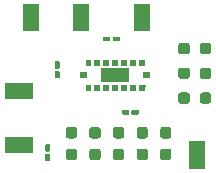
<source format=gbr>
%TF.GenerationSoftware,KiCad,Pcbnew,8.0.8-8.0.8-0~ubuntu24.04.1*%
%TF.CreationDate,2025-02-14T12:49:09-06:00*%
%TF.ProjectId,tof_module,746f665f-6d6f-4647-956c-652e6b696361,rev?*%
%TF.SameCoordinates,Original*%
%TF.FileFunction,Soldermask,Top*%
%TF.FilePolarity,Negative*%
%FSLAX46Y46*%
G04 Gerber Fmt 4.6, Leading zero omitted, Abs format (unit mm)*
G04 Created by KiCad (PCBNEW 8.0.8-8.0.8-0~ubuntu24.04.1) date 2025-02-14 12:49:09*
%MOMM*%
%LPD*%
G01*
G04 APERTURE LIST*
G04 APERTURE END LIST*
G36*
X124296679Y-88036874D02*
G01*
X124298143Y-88040410D01*
X124298143Y-90390410D01*
X124296679Y-90393946D01*
X124293143Y-90395410D01*
X124283039Y-90395410D01*
X122953247Y-90395410D01*
X122943143Y-90395410D01*
X122939607Y-90393946D01*
X122938143Y-90390410D01*
X122938143Y-88040410D01*
X122939607Y-88036874D01*
X122943143Y-88035410D01*
X124293143Y-88035410D01*
X124296679Y-88036874D01*
G37*
G36*
X111138268Y-89117612D02*
G01*
X111170711Y-89139289D01*
X111192388Y-89171732D01*
X111200000Y-89210000D01*
X111200000Y-89645000D01*
X111192388Y-89683268D01*
X111170711Y-89715711D01*
X111138268Y-89737388D01*
X111100000Y-89745000D01*
X110900000Y-89745000D01*
X110861732Y-89737388D01*
X110829289Y-89715711D01*
X110807612Y-89683268D01*
X110800000Y-89645000D01*
X110800000Y-89210000D01*
X110807612Y-89171732D01*
X110829289Y-89139289D01*
X110861732Y-89117612D01*
X110900000Y-89110000D01*
X111100000Y-89110000D01*
X111138268Y-89117612D01*
G37*
G36*
X113241615Y-88675818D02*
G01*
X113290017Y-88681434D01*
X113306555Y-88688736D01*
X113328387Y-88693079D01*
X113351759Y-88708695D01*
X113371224Y-88717290D01*
X113384517Y-88730583D01*
X113405438Y-88744562D01*
X113419416Y-88765482D01*
X113432709Y-88778775D01*
X113441302Y-88798238D01*
X113456921Y-88821613D01*
X113461264Y-88843446D01*
X113468565Y-88859982D01*
X113474178Y-88908372D01*
X113475000Y-88912500D01*
X113475000Y-89412500D01*
X113474178Y-89416627D01*
X113468565Y-89465017D01*
X113461264Y-89481551D01*
X113456921Y-89503387D01*
X113441301Y-89526763D01*
X113432709Y-89546224D01*
X113419418Y-89559514D01*
X113405438Y-89580438D01*
X113384514Y-89594418D01*
X113371224Y-89607709D01*
X113351763Y-89616301D01*
X113328387Y-89631921D01*
X113306551Y-89636264D01*
X113290017Y-89643565D01*
X113241629Y-89649178D01*
X113237500Y-89650000D01*
X112762500Y-89650000D01*
X112758373Y-89649179D01*
X112709982Y-89643565D01*
X112693446Y-89636264D01*
X112671613Y-89631921D01*
X112648238Y-89616302D01*
X112628775Y-89607709D01*
X112615482Y-89594416D01*
X112594562Y-89580438D01*
X112580583Y-89559517D01*
X112567290Y-89546224D01*
X112558695Y-89526759D01*
X112543079Y-89503387D01*
X112538736Y-89481555D01*
X112531434Y-89465017D01*
X112525818Y-89416616D01*
X112525000Y-89412500D01*
X112525000Y-88912500D01*
X112525818Y-88908385D01*
X112531434Y-88859982D01*
X112538736Y-88843442D01*
X112543079Y-88821613D01*
X112558694Y-88798242D01*
X112567290Y-88778775D01*
X112580585Y-88765479D01*
X112594562Y-88744562D01*
X112615479Y-88730585D01*
X112628775Y-88717290D01*
X112648242Y-88708694D01*
X112671613Y-88693079D01*
X112693442Y-88688736D01*
X112709982Y-88681434D01*
X112758384Y-88675818D01*
X112762500Y-88675000D01*
X113237500Y-88675000D01*
X113241615Y-88675818D01*
G37*
G36*
X115241615Y-88675818D02*
G01*
X115290017Y-88681434D01*
X115306555Y-88688736D01*
X115328387Y-88693079D01*
X115351759Y-88708695D01*
X115371224Y-88717290D01*
X115384517Y-88730583D01*
X115405438Y-88744562D01*
X115419416Y-88765482D01*
X115432709Y-88778775D01*
X115441302Y-88798238D01*
X115456921Y-88821613D01*
X115461264Y-88843446D01*
X115468565Y-88859982D01*
X115474178Y-88908372D01*
X115475000Y-88912500D01*
X115475000Y-89412500D01*
X115474178Y-89416627D01*
X115468565Y-89465017D01*
X115461264Y-89481551D01*
X115456921Y-89503387D01*
X115441301Y-89526763D01*
X115432709Y-89546224D01*
X115419418Y-89559514D01*
X115405438Y-89580438D01*
X115384514Y-89594418D01*
X115371224Y-89607709D01*
X115351763Y-89616301D01*
X115328387Y-89631921D01*
X115306551Y-89636264D01*
X115290017Y-89643565D01*
X115241629Y-89649178D01*
X115237500Y-89650000D01*
X114762500Y-89650000D01*
X114758373Y-89649179D01*
X114709982Y-89643565D01*
X114693446Y-89636264D01*
X114671613Y-89631921D01*
X114648238Y-89616302D01*
X114628775Y-89607709D01*
X114615482Y-89594416D01*
X114594562Y-89580438D01*
X114580583Y-89559517D01*
X114567290Y-89546224D01*
X114558695Y-89526759D01*
X114543079Y-89503387D01*
X114538736Y-89481555D01*
X114531434Y-89465017D01*
X114525818Y-89416616D01*
X114525000Y-89412500D01*
X114525000Y-88912500D01*
X114525818Y-88908385D01*
X114531434Y-88859982D01*
X114538736Y-88843442D01*
X114543079Y-88821613D01*
X114558694Y-88798242D01*
X114567290Y-88778775D01*
X114580585Y-88765479D01*
X114594562Y-88744562D01*
X114615479Y-88730585D01*
X114628775Y-88717290D01*
X114648242Y-88708694D01*
X114671613Y-88693079D01*
X114693442Y-88688736D01*
X114709982Y-88681434D01*
X114758384Y-88675818D01*
X114762500Y-88675000D01*
X115237500Y-88675000D01*
X115241615Y-88675818D01*
G37*
G36*
X117241615Y-88675818D02*
G01*
X117290017Y-88681434D01*
X117306555Y-88688736D01*
X117328387Y-88693079D01*
X117351759Y-88708695D01*
X117371224Y-88717290D01*
X117384517Y-88730583D01*
X117405438Y-88744562D01*
X117419416Y-88765482D01*
X117432709Y-88778775D01*
X117441302Y-88798238D01*
X117456921Y-88821613D01*
X117461264Y-88843446D01*
X117468565Y-88859982D01*
X117474178Y-88908372D01*
X117475000Y-88912500D01*
X117475000Y-89412500D01*
X117474178Y-89416627D01*
X117468565Y-89465017D01*
X117461264Y-89481551D01*
X117456921Y-89503387D01*
X117441301Y-89526763D01*
X117432709Y-89546224D01*
X117419418Y-89559514D01*
X117405438Y-89580438D01*
X117384514Y-89594418D01*
X117371224Y-89607709D01*
X117351763Y-89616301D01*
X117328387Y-89631921D01*
X117306551Y-89636264D01*
X117290017Y-89643565D01*
X117241629Y-89649178D01*
X117237500Y-89650000D01*
X116762500Y-89650000D01*
X116758373Y-89649179D01*
X116709982Y-89643565D01*
X116693446Y-89636264D01*
X116671613Y-89631921D01*
X116648238Y-89616302D01*
X116628775Y-89607709D01*
X116615482Y-89594416D01*
X116594562Y-89580438D01*
X116580583Y-89559517D01*
X116567290Y-89546224D01*
X116558695Y-89526759D01*
X116543079Y-89503387D01*
X116538736Y-89481555D01*
X116531434Y-89465017D01*
X116525818Y-89416616D01*
X116525000Y-89412500D01*
X116525000Y-88912500D01*
X116525818Y-88908385D01*
X116531434Y-88859982D01*
X116538736Y-88843442D01*
X116543079Y-88821613D01*
X116558694Y-88798242D01*
X116567290Y-88778775D01*
X116580585Y-88765479D01*
X116594562Y-88744562D01*
X116615479Y-88730585D01*
X116628775Y-88717290D01*
X116648242Y-88708694D01*
X116671613Y-88693079D01*
X116693442Y-88688736D01*
X116709982Y-88681434D01*
X116758384Y-88675818D01*
X116762500Y-88675000D01*
X117237500Y-88675000D01*
X117241615Y-88675818D01*
G37*
G36*
X119241615Y-88675818D02*
G01*
X119290017Y-88681434D01*
X119306555Y-88688736D01*
X119328387Y-88693079D01*
X119351759Y-88708695D01*
X119371224Y-88717290D01*
X119384517Y-88730583D01*
X119405438Y-88744562D01*
X119419416Y-88765482D01*
X119432709Y-88778775D01*
X119441302Y-88798238D01*
X119456921Y-88821613D01*
X119461264Y-88843446D01*
X119468565Y-88859982D01*
X119474178Y-88908372D01*
X119475000Y-88912500D01*
X119475000Y-89412500D01*
X119474178Y-89416627D01*
X119468565Y-89465017D01*
X119461264Y-89481551D01*
X119456921Y-89503387D01*
X119441301Y-89526763D01*
X119432709Y-89546224D01*
X119419418Y-89559514D01*
X119405438Y-89580438D01*
X119384514Y-89594418D01*
X119371224Y-89607709D01*
X119351763Y-89616301D01*
X119328387Y-89631921D01*
X119306551Y-89636264D01*
X119290017Y-89643565D01*
X119241629Y-89649178D01*
X119237500Y-89650000D01*
X118762500Y-89650000D01*
X118758373Y-89649179D01*
X118709982Y-89643565D01*
X118693446Y-89636264D01*
X118671613Y-89631921D01*
X118648238Y-89616302D01*
X118628775Y-89607709D01*
X118615482Y-89594416D01*
X118594562Y-89580438D01*
X118580583Y-89559517D01*
X118567290Y-89546224D01*
X118558695Y-89526759D01*
X118543079Y-89503387D01*
X118538736Y-89481555D01*
X118531434Y-89465017D01*
X118525818Y-89416616D01*
X118525000Y-89412500D01*
X118525000Y-88912500D01*
X118525818Y-88908385D01*
X118531434Y-88859982D01*
X118538736Y-88843442D01*
X118543079Y-88821613D01*
X118558694Y-88798242D01*
X118567290Y-88778775D01*
X118580585Y-88765479D01*
X118594562Y-88744562D01*
X118615479Y-88730585D01*
X118628775Y-88717290D01*
X118648242Y-88708694D01*
X118671613Y-88693079D01*
X118693442Y-88688736D01*
X118709982Y-88681434D01*
X118758384Y-88675818D01*
X118762500Y-88675000D01*
X119237500Y-88675000D01*
X119241615Y-88675818D01*
G37*
G36*
X121241615Y-88675818D02*
G01*
X121290017Y-88681434D01*
X121306555Y-88688736D01*
X121328387Y-88693079D01*
X121351759Y-88708695D01*
X121371224Y-88717290D01*
X121384517Y-88730583D01*
X121405438Y-88744562D01*
X121419416Y-88765482D01*
X121432709Y-88778775D01*
X121441302Y-88798238D01*
X121456921Y-88821613D01*
X121461264Y-88843446D01*
X121468565Y-88859982D01*
X121474178Y-88908372D01*
X121475000Y-88912500D01*
X121475000Y-89412500D01*
X121474178Y-89416627D01*
X121468565Y-89465017D01*
X121461264Y-89481551D01*
X121456921Y-89503387D01*
X121441301Y-89526763D01*
X121432709Y-89546224D01*
X121419418Y-89559514D01*
X121405438Y-89580438D01*
X121384514Y-89594418D01*
X121371224Y-89607709D01*
X121351763Y-89616301D01*
X121328387Y-89631921D01*
X121306551Y-89636264D01*
X121290017Y-89643565D01*
X121241629Y-89649178D01*
X121237500Y-89650000D01*
X120762500Y-89650000D01*
X120758373Y-89649179D01*
X120709982Y-89643565D01*
X120693446Y-89636264D01*
X120671613Y-89631921D01*
X120648238Y-89616302D01*
X120628775Y-89607709D01*
X120615482Y-89594416D01*
X120594562Y-89580438D01*
X120580583Y-89559517D01*
X120567290Y-89546224D01*
X120558695Y-89526759D01*
X120543079Y-89503387D01*
X120538736Y-89481555D01*
X120531434Y-89465017D01*
X120525818Y-89416616D01*
X120525000Y-89412500D01*
X120525000Y-88912500D01*
X120525818Y-88908385D01*
X120531434Y-88859982D01*
X120538736Y-88843442D01*
X120543079Y-88821613D01*
X120558694Y-88798242D01*
X120567290Y-88778775D01*
X120580585Y-88765479D01*
X120594562Y-88744562D01*
X120615479Y-88730585D01*
X120628775Y-88717290D01*
X120648242Y-88708694D01*
X120671613Y-88693079D01*
X120693442Y-88688736D01*
X120709982Y-88681434D01*
X120758384Y-88675818D01*
X120762500Y-88675000D01*
X121237500Y-88675000D01*
X121241615Y-88675818D01*
G37*
G36*
X109754157Y-87689651D02*
G01*
X109755621Y-87693187D01*
X109755621Y-89043187D01*
X109754157Y-89046723D01*
X109750621Y-89048187D01*
X109740517Y-89048187D01*
X107410725Y-89048187D01*
X107400621Y-89048187D01*
X107397085Y-89046723D01*
X107395621Y-89043187D01*
X107395621Y-87693187D01*
X107397085Y-87689651D01*
X107400621Y-87688187D01*
X109750621Y-87688187D01*
X109754157Y-87689651D01*
G37*
G36*
X111138268Y-88302612D02*
G01*
X111170711Y-88324289D01*
X111192388Y-88356732D01*
X111200000Y-88395000D01*
X111200000Y-88830000D01*
X111192388Y-88868268D01*
X111170711Y-88900711D01*
X111138268Y-88922388D01*
X111100000Y-88930000D01*
X110900000Y-88930000D01*
X110861732Y-88922388D01*
X110829289Y-88900711D01*
X110807612Y-88868268D01*
X110800000Y-88830000D01*
X110800000Y-88395000D01*
X110807612Y-88356732D01*
X110829289Y-88324289D01*
X110861732Y-88302612D01*
X110900000Y-88295000D01*
X111100000Y-88295000D01*
X111138268Y-88302612D01*
G37*
G36*
X113241615Y-86850818D02*
G01*
X113290017Y-86856434D01*
X113306555Y-86863736D01*
X113328387Y-86868079D01*
X113351759Y-86883695D01*
X113371224Y-86892290D01*
X113384517Y-86905583D01*
X113405438Y-86919562D01*
X113419416Y-86940482D01*
X113432709Y-86953775D01*
X113441302Y-86973238D01*
X113456921Y-86996613D01*
X113461264Y-87018446D01*
X113468565Y-87034982D01*
X113474178Y-87083372D01*
X113475000Y-87087500D01*
X113475000Y-87587500D01*
X113474178Y-87591627D01*
X113468565Y-87640017D01*
X113461264Y-87656551D01*
X113456921Y-87678387D01*
X113441301Y-87701763D01*
X113432709Y-87721224D01*
X113419418Y-87734514D01*
X113405438Y-87755438D01*
X113384514Y-87769418D01*
X113371224Y-87782709D01*
X113351763Y-87791301D01*
X113328387Y-87806921D01*
X113306551Y-87811264D01*
X113290017Y-87818565D01*
X113241629Y-87824178D01*
X113237500Y-87825000D01*
X112762500Y-87825000D01*
X112758373Y-87824179D01*
X112709982Y-87818565D01*
X112693446Y-87811264D01*
X112671613Y-87806921D01*
X112648238Y-87791302D01*
X112628775Y-87782709D01*
X112615482Y-87769416D01*
X112594562Y-87755438D01*
X112580583Y-87734517D01*
X112567290Y-87721224D01*
X112558695Y-87701759D01*
X112543079Y-87678387D01*
X112538736Y-87656555D01*
X112531434Y-87640017D01*
X112525818Y-87591616D01*
X112525000Y-87587500D01*
X112525000Y-87087500D01*
X112525818Y-87083385D01*
X112531434Y-87034982D01*
X112538736Y-87018442D01*
X112543079Y-86996613D01*
X112558694Y-86973242D01*
X112567290Y-86953775D01*
X112580585Y-86940479D01*
X112594562Y-86919562D01*
X112615479Y-86905585D01*
X112628775Y-86892290D01*
X112648242Y-86883694D01*
X112671613Y-86868079D01*
X112693442Y-86863736D01*
X112709982Y-86856434D01*
X112758384Y-86850818D01*
X112762500Y-86850000D01*
X113237500Y-86850000D01*
X113241615Y-86850818D01*
G37*
G36*
X115241615Y-86850818D02*
G01*
X115290017Y-86856434D01*
X115306555Y-86863736D01*
X115328387Y-86868079D01*
X115351759Y-86883695D01*
X115371224Y-86892290D01*
X115384517Y-86905583D01*
X115405438Y-86919562D01*
X115419416Y-86940482D01*
X115432709Y-86953775D01*
X115441302Y-86973238D01*
X115456921Y-86996613D01*
X115461264Y-87018446D01*
X115468565Y-87034982D01*
X115474178Y-87083372D01*
X115475000Y-87087500D01*
X115475000Y-87587500D01*
X115474178Y-87591627D01*
X115468565Y-87640017D01*
X115461264Y-87656551D01*
X115456921Y-87678387D01*
X115441301Y-87701763D01*
X115432709Y-87721224D01*
X115419418Y-87734514D01*
X115405438Y-87755438D01*
X115384514Y-87769418D01*
X115371224Y-87782709D01*
X115351763Y-87791301D01*
X115328387Y-87806921D01*
X115306551Y-87811264D01*
X115290017Y-87818565D01*
X115241629Y-87824178D01*
X115237500Y-87825000D01*
X114762500Y-87825000D01*
X114758373Y-87824179D01*
X114709982Y-87818565D01*
X114693446Y-87811264D01*
X114671613Y-87806921D01*
X114648238Y-87791302D01*
X114628775Y-87782709D01*
X114615482Y-87769416D01*
X114594562Y-87755438D01*
X114580583Y-87734517D01*
X114567290Y-87721224D01*
X114558695Y-87701759D01*
X114543079Y-87678387D01*
X114538736Y-87656555D01*
X114531434Y-87640017D01*
X114525818Y-87591616D01*
X114525000Y-87587500D01*
X114525000Y-87087500D01*
X114525818Y-87083385D01*
X114531434Y-87034982D01*
X114538736Y-87018442D01*
X114543079Y-86996613D01*
X114558694Y-86973242D01*
X114567290Y-86953775D01*
X114580585Y-86940479D01*
X114594562Y-86919562D01*
X114615479Y-86905585D01*
X114628775Y-86892290D01*
X114648242Y-86883694D01*
X114671613Y-86868079D01*
X114693442Y-86863736D01*
X114709982Y-86856434D01*
X114758384Y-86850818D01*
X114762500Y-86850000D01*
X115237500Y-86850000D01*
X115241615Y-86850818D01*
G37*
G36*
X117241615Y-86850818D02*
G01*
X117290017Y-86856434D01*
X117306555Y-86863736D01*
X117328387Y-86868079D01*
X117351759Y-86883695D01*
X117371224Y-86892290D01*
X117384517Y-86905583D01*
X117405438Y-86919562D01*
X117419416Y-86940482D01*
X117432709Y-86953775D01*
X117441302Y-86973238D01*
X117456921Y-86996613D01*
X117461264Y-87018446D01*
X117468565Y-87034982D01*
X117474178Y-87083372D01*
X117475000Y-87087500D01*
X117475000Y-87587500D01*
X117474178Y-87591627D01*
X117468565Y-87640017D01*
X117461264Y-87656551D01*
X117456921Y-87678387D01*
X117441301Y-87701763D01*
X117432709Y-87721224D01*
X117419418Y-87734514D01*
X117405438Y-87755438D01*
X117384514Y-87769418D01*
X117371224Y-87782709D01*
X117351763Y-87791301D01*
X117328387Y-87806921D01*
X117306551Y-87811264D01*
X117290017Y-87818565D01*
X117241629Y-87824178D01*
X117237500Y-87825000D01*
X116762500Y-87825000D01*
X116758373Y-87824179D01*
X116709982Y-87818565D01*
X116693446Y-87811264D01*
X116671613Y-87806921D01*
X116648238Y-87791302D01*
X116628775Y-87782709D01*
X116615482Y-87769416D01*
X116594562Y-87755438D01*
X116580583Y-87734517D01*
X116567290Y-87721224D01*
X116558695Y-87701759D01*
X116543079Y-87678387D01*
X116538736Y-87656555D01*
X116531434Y-87640017D01*
X116525818Y-87591616D01*
X116525000Y-87587500D01*
X116525000Y-87087500D01*
X116525818Y-87083385D01*
X116531434Y-87034982D01*
X116538736Y-87018442D01*
X116543079Y-86996613D01*
X116558694Y-86973242D01*
X116567290Y-86953775D01*
X116580585Y-86940479D01*
X116594562Y-86919562D01*
X116615479Y-86905585D01*
X116628775Y-86892290D01*
X116648242Y-86883694D01*
X116671613Y-86868079D01*
X116693442Y-86863736D01*
X116709982Y-86856434D01*
X116758384Y-86850818D01*
X116762500Y-86850000D01*
X117237500Y-86850000D01*
X117241615Y-86850818D01*
G37*
G36*
X119241615Y-86850818D02*
G01*
X119290017Y-86856434D01*
X119306555Y-86863736D01*
X119328387Y-86868079D01*
X119351759Y-86883695D01*
X119371224Y-86892290D01*
X119384517Y-86905583D01*
X119405438Y-86919562D01*
X119419416Y-86940482D01*
X119432709Y-86953775D01*
X119441302Y-86973238D01*
X119456921Y-86996613D01*
X119461264Y-87018446D01*
X119468565Y-87034982D01*
X119474178Y-87083372D01*
X119475000Y-87087500D01*
X119475000Y-87587500D01*
X119474178Y-87591627D01*
X119468565Y-87640017D01*
X119461264Y-87656551D01*
X119456921Y-87678387D01*
X119441301Y-87701763D01*
X119432709Y-87721224D01*
X119419418Y-87734514D01*
X119405438Y-87755438D01*
X119384514Y-87769418D01*
X119371224Y-87782709D01*
X119351763Y-87791301D01*
X119328387Y-87806921D01*
X119306551Y-87811264D01*
X119290017Y-87818565D01*
X119241629Y-87824178D01*
X119237500Y-87825000D01*
X118762500Y-87825000D01*
X118758373Y-87824179D01*
X118709982Y-87818565D01*
X118693446Y-87811264D01*
X118671613Y-87806921D01*
X118648238Y-87791302D01*
X118628775Y-87782709D01*
X118615482Y-87769416D01*
X118594562Y-87755438D01*
X118580583Y-87734517D01*
X118567290Y-87721224D01*
X118558695Y-87701759D01*
X118543079Y-87678387D01*
X118538736Y-87656555D01*
X118531434Y-87640017D01*
X118525818Y-87591616D01*
X118525000Y-87587500D01*
X118525000Y-87087500D01*
X118525818Y-87083385D01*
X118531434Y-87034982D01*
X118538736Y-87018442D01*
X118543079Y-86996613D01*
X118558694Y-86973242D01*
X118567290Y-86953775D01*
X118580585Y-86940479D01*
X118594562Y-86919562D01*
X118615479Y-86905585D01*
X118628775Y-86892290D01*
X118648242Y-86883694D01*
X118671613Y-86868079D01*
X118693442Y-86863736D01*
X118709982Y-86856434D01*
X118758384Y-86850818D01*
X118762500Y-86850000D01*
X119237500Y-86850000D01*
X119241615Y-86850818D01*
G37*
G36*
X121241615Y-86850818D02*
G01*
X121290017Y-86856434D01*
X121306555Y-86863736D01*
X121328387Y-86868079D01*
X121351759Y-86883695D01*
X121371224Y-86892290D01*
X121384517Y-86905583D01*
X121405438Y-86919562D01*
X121419416Y-86940482D01*
X121432709Y-86953775D01*
X121441302Y-86973238D01*
X121456921Y-86996613D01*
X121461264Y-87018446D01*
X121468565Y-87034982D01*
X121474178Y-87083372D01*
X121475000Y-87087500D01*
X121475000Y-87587500D01*
X121474178Y-87591627D01*
X121468565Y-87640017D01*
X121461264Y-87656551D01*
X121456921Y-87678387D01*
X121441301Y-87701763D01*
X121432709Y-87721224D01*
X121419418Y-87734514D01*
X121405438Y-87755438D01*
X121384514Y-87769418D01*
X121371224Y-87782709D01*
X121351763Y-87791301D01*
X121328387Y-87806921D01*
X121306551Y-87811264D01*
X121290017Y-87818565D01*
X121241629Y-87824178D01*
X121237500Y-87825000D01*
X120762500Y-87825000D01*
X120758373Y-87824179D01*
X120709982Y-87818565D01*
X120693446Y-87811264D01*
X120671613Y-87806921D01*
X120648238Y-87791302D01*
X120628775Y-87782709D01*
X120615482Y-87769416D01*
X120594562Y-87755438D01*
X120580583Y-87734517D01*
X120567290Y-87721224D01*
X120558695Y-87701759D01*
X120543079Y-87678387D01*
X120538736Y-87656555D01*
X120531434Y-87640017D01*
X120525818Y-87591616D01*
X120525000Y-87587500D01*
X120525000Y-87087500D01*
X120525818Y-87083385D01*
X120531434Y-87034982D01*
X120538736Y-87018442D01*
X120543079Y-86996613D01*
X120558694Y-86973242D01*
X120567290Y-86953775D01*
X120580585Y-86940479D01*
X120594562Y-86919562D01*
X120615479Y-86905585D01*
X120628775Y-86892290D01*
X120648242Y-86883694D01*
X120671613Y-86868079D01*
X120693442Y-86863736D01*
X120709982Y-86856434D01*
X120758384Y-86850818D01*
X120762500Y-86850000D01*
X121237500Y-86850000D01*
X121241615Y-86850818D01*
G37*
G36*
X117848268Y-85407612D02*
G01*
X117880711Y-85429289D01*
X117902388Y-85461732D01*
X117910000Y-85500000D01*
X117910000Y-85700000D01*
X117902388Y-85738268D01*
X117880711Y-85770711D01*
X117848268Y-85792388D01*
X117810000Y-85800000D01*
X117375000Y-85800000D01*
X117336732Y-85792388D01*
X117304289Y-85770711D01*
X117282612Y-85738268D01*
X117275000Y-85700000D01*
X117275000Y-85500000D01*
X117282612Y-85461732D01*
X117304289Y-85429289D01*
X117336732Y-85407612D01*
X117375000Y-85400000D01*
X117810000Y-85400000D01*
X117848268Y-85407612D01*
G37*
G36*
X118663268Y-85407612D02*
G01*
X118695711Y-85429289D01*
X118717388Y-85461732D01*
X118725000Y-85500000D01*
X118725000Y-85700000D01*
X118717388Y-85738268D01*
X118695711Y-85770711D01*
X118663268Y-85792388D01*
X118625000Y-85800000D01*
X118190000Y-85800000D01*
X118151732Y-85792388D01*
X118119289Y-85770711D01*
X118097612Y-85738268D01*
X118090000Y-85700000D01*
X118090000Y-85500000D01*
X118097612Y-85461732D01*
X118119289Y-85429289D01*
X118151732Y-85407612D01*
X118190000Y-85400000D01*
X118625000Y-85400000D01*
X118663268Y-85407612D01*
G37*
G36*
X122791615Y-83925818D02*
G01*
X122840017Y-83931434D01*
X122856555Y-83938736D01*
X122878387Y-83943079D01*
X122901759Y-83958695D01*
X122921224Y-83967290D01*
X122934517Y-83980583D01*
X122955438Y-83994562D01*
X122969416Y-84015482D01*
X122982709Y-84028775D01*
X122991302Y-84048238D01*
X123006921Y-84071613D01*
X123011264Y-84093446D01*
X123018565Y-84109982D01*
X123024178Y-84158372D01*
X123025000Y-84162500D01*
X123025000Y-84637500D01*
X123024178Y-84641627D01*
X123018565Y-84690017D01*
X123011264Y-84706551D01*
X123006921Y-84728387D01*
X122991301Y-84751763D01*
X122982709Y-84771224D01*
X122969418Y-84784514D01*
X122955438Y-84805438D01*
X122934514Y-84819418D01*
X122921224Y-84832709D01*
X122901763Y-84841301D01*
X122878387Y-84856921D01*
X122856551Y-84861264D01*
X122840017Y-84868565D01*
X122791629Y-84874178D01*
X122787500Y-84875000D01*
X122287500Y-84875000D01*
X122283373Y-84874179D01*
X122234982Y-84868565D01*
X122218446Y-84861264D01*
X122196613Y-84856921D01*
X122173238Y-84841302D01*
X122153775Y-84832709D01*
X122140482Y-84819416D01*
X122119562Y-84805438D01*
X122105583Y-84784517D01*
X122092290Y-84771224D01*
X122083695Y-84751759D01*
X122068079Y-84728387D01*
X122063736Y-84706555D01*
X122056434Y-84690017D01*
X122050818Y-84641616D01*
X122050000Y-84637500D01*
X122050000Y-84162500D01*
X122050818Y-84158385D01*
X122056434Y-84109982D01*
X122063736Y-84093442D01*
X122068079Y-84071613D01*
X122083694Y-84048242D01*
X122092290Y-84028775D01*
X122105585Y-84015479D01*
X122119562Y-83994562D01*
X122140479Y-83980585D01*
X122153775Y-83967290D01*
X122173242Y-83958694D01*
X122196613Y-83943079D01*
X122218442Y-83938736D01*
X122234982Y-83931434D01*
X122283384Y-83925818D01*
X122287500Y-83925000D01*
X122787500Y-83925000D01*
X122791615Y-83925818D01*
G37*
G36*
X124616615Y-83925818D02*
G01*
X124665017Y-83931434D01*
X124681555Y-83938736D01*
X124703387Y-83943079D01*
X124726759Y-83958695D01*
X124746224Y-83967290D01*
X124759517Y-83980583D01*
X124780438Y-83994562D01*
X124794416Y-84015482D01*
X124807709Y-84028775D01*
X124816302Y-84048238D01*
X124831921Y-84071613D01*
X124836264Y-84093446D01*
X124843565Y-84109982D01*
X124849178Y-84158372D01*
X124850000Y-84162500D01*
X124850000Y-84637500D01*
X124849178Y-84641627D01*
X124843565Y-84690017D01*
X124836264Y-84706551D01*
X124831921Y-84728387D01*
X124816301Y-84751763D01*
X124807709Y-84771224D01*
X124794418Y-84784514D01*
X124780438Y-84805438D01*
X124759514Y-84819418D01*
X124746224Y-84832709D01*
X124726763Y-84841301D01*
X124703387Y-84856921D01*
X124681551Y-84861264D01*
X124665017Y-84868565D01*
X124616629Y-84874178D01*
X124612500Y-84875000D01*
X124112500Y-84875000D01*
X124108373Y-84874179D01*
X124059982Y-84868565D01*
X124043446Y-84861264D01*
X124021613Y-84856921D01*
X123998238Y-84841302D01*
X123978775Y-84832709D01*
X123965482Y-84819416D01*
X123944562Y-84805438D01*
X123930583Y-84784517D01*
X123917290Y-84771224D01*
X123908695Y-84751759D01*
X123893079Y-84728387D01*
X123888736Y-84706555D01*
X123881434Y-84690017D01*
X123875818Y-84641616D01*
X123875000Y-84637500D01*
X123875000Y-84162500D01*
X123875818Y-84158385D01*
X123881434Y-84109982D01*
X123888736Y-84093442D01*
X123893079Y-84071613D01*
X123908694Y-84048242D01*
X123917290Y-84028775D01*
X123930585Y-84015479D01*
X123944562Y-83994562D01*
X123965479Y-83980585D01*
X123978775Y-83967290D01*
X123998242Y-83958694D01*
X124021613Y-83943079D01*
X124043442Y-83938736D01*
X124059982Y-83931434D01*
X124108384Y-83925818D01*
X124112500Y-83925000D01*
X124612500Y-83925000D01*
X124616615Y-83925818D01*
G37*
G36*
X109767595Y-83114392D02*
G01*
X109769059Y-83117928D01*
X109769059Y-84467928D01*
X109767595Y-84471464D01*
X109764059Y-84472928D01*
X109753955Y-84472928D01*
X107424163Y-84472928D01*
X107414059Y-84472928D01*
X107410523Y-84471464D01*
X107409059Y-84467928D01*
X107409059Y-83117928D01*
X107410523Y-83114392D01*
X107414059Y-83112928D01*
X109764059Y-83112928D01*
X109767595Y-83114392D01*
G37*
G36*
X114700000Y-83773500D02*
G01*
X114200000Y-83773500D01*
X114200000Y-83258500D01*
X114700000Y-83258500D01*
X114700000Y-83773500D01*
G37*
G36*
X115450000Y-83773500D02*
G01*
X114950000Y-83773500D01*
X114950000Y-83258500D01*
X115450000Y-83258500D01*
X115450000Y-83773500D01*
G37*
G36*
X116200000Y-83773500D02*
G01*
X115700000Y-83773500D01*
X115700000Y-83258500D01*
X116200000Y-83258500D01*
X116200000Y-83773500D01*
G37*
G36*
X116950000Y-83773500D02*
G01*
X116450000Y-83773500D01*
X116450000Y-83258500D01*
X116950000Y-83258500D01*
X116950000Y-83773500D01*
G37*
G36*
X117700000Y-83773500D02*
G01*
X117200000Y-83773500D01*
X117200000Y-83258500D01*
X117700000Y-83258500D01*
X117700000Y-83773500D01*
G37*
G36*
X118450000Y-83773500D02*
G01*
X117950000Y-83773500D01*
X117950000Y-83258500D01*
X118450000Y-83258500D01*
X118450000Y-83773500D01*
G37*
G36*
X119300000Y-83458000D02*
G01*
X119229755Y-83458000D01*
X119200000Y-83487755D01*
X119200000Y-83773500D01*
X118700000Y-83773500D01*
X118700000Y-83258500D01*
X119199985Y-83258500D01*
X119200000Y-83258498D01*
X119200000Y-83258000D01*
X119300000Y-83258000D01*
X119300000Y-83458000D01*
G37*
G36*
X117858000Y-83058000D02*
G01*
X115542000Y-83058000D01*
X115542000Y-81858000D01*
X117858000Y-81858000D01*
X117858000Y-83058000D01*
G37*
G36*
X122791615Y-81825818D02*
G01*
X122840017Y-81831434D01*
X122856555Y-81838736D01*
X122878387Y-81843079D01*
X122901759Y-81858695D01*
X122921224Y-81867290D01*
X122934517Y-81880583D01*
X122955438Y-81894562D01*
X122969416Y-81915482D01*
X122982709Y-81928775D01*
X122991302Y-81948238D01*
X123006921Y-81971613D01*
X123011264Y-81993446D01*
X123018565Y-82009982D01*
X123024178Y-82058372D01*
X123025000Y-82062500D01*
X123025000Y-82537500D01*
X123024178Y-82541627D01*
X123018565Y-82590017D01*
X123011264Y-82606551D01*
X123006921Y-82628387D01*
X122991301Y-82651763D01*
X122982709Y-82671224D01*
X122969418Y-82684514D01*
X122955438Y-82705438D01*
X122934514Y-82719418D01*
X122921224Y-82732709D01*
X122901763Y-82741301D01*
X122878387Y-82756921D01*
X122856551Y-82761264D01*
X122840017Y-82768565D01*
X122791629Y-82774178D01*
X122787500Y-82775000D01*
X122287500Y-82775000D01*
X122283373Y-82774179D01*
X122234982Y-82768565D01*
X122218446Y-82761264D01*
X122196613Y-82756921D01*
X122173238Y-82741302D01*
X122153775Y-82732709D01*
X122140482Y-82719416D01*
X122119562Y-82705438D01*
X122105583Y-82684517D01*
X122092290Y-82671224D01*
X122083695Y-82651759D01*
X122068079Y-82628387D01*
X122063736Y-82606555D01*
X122056434Y-82590017D01*
X122050818Y-82541616D01*
X122050000Y-82537500D01*
X122050000Y-82062500D01*
X122050818Y-82058385D01*
X122056434Y-82009982D01*
X122063736Y-81993442D01*
X122068079Y-81971613D01*
X122083694Y-81948242D01*
X122092290Y-81928775D01*
X122105585Y-81915479D01*
X122119562Y-81894562D01*
X122140479Y-81880585D01*
X122153775Y-81867290D01*
X122173242Y-81858694D01*
X122196613Y-81843079D01*
X122218442Y-81838736D01*
X122234982Y-81831434D01*
X122283384Y-81825818D01*
X122287500Y-81825000D01*
X122787500Y-81825000D01*
X122791615Y-81825818D01*
G37*
G36*
X124616615Y-81825818D02*
G01*
X124665017Y-81831434D01*
X124681555Y-81838736D01*
X124703387Y-81843079D01*
X124726759Y-81858695D01*
X124746224Y-81867290D01*
X124759517Y-81880583D01*
X124780438Y-81894562D01*
X124794416Y-81915482D01*
X124807709Y-81928775D01*
X124816302Y-81948238D01*
X124831921Y-81971613D01*
X124836264Y-81993446D01*
X124843565Y-82009982D01*
X124849178Y-82058372D01*
X124850000Y-82062500D01*
X124850000Y-82537500D01*
X124849178Y-82541627D01*
X124843565Y-82590017D01*
X124836264Y-82606551D01*
X124831921Y-82628387D01*
X124816301Y-82651763D01*
X124807709Y-82671224D01*
X124794418Y-82684514D01*
X124780438Y-82705438D01*
X124759514Y-82719418D01*
X124746224Y-82732709D01*
X124726763Y-82741301D01*
X124703387Y-82756921D01*
X124681551Y-82761264D01*
X124665017Y-82768565D01*
X124616629Y-82774178D01*
X124612500Y-82775000D01*
X124112500Y-82775000D01*
X124108373Y-82774179D01*
X124059982Y-82768565D01*
X124043446Y-82761264D01*
X124021613Y-82756921D01*
X123998238Y-82741302D01*
X123978775Y-82732709D01*
X123965482Y-82719416D01*
X123944562Y-82705438D01*
X123930583Y-82684517D01*
X123917290Y-82671224D01*
X123908695Y-82651759D01*
X123893079Y-82628387D01*
X123888736Y-82606555D01*
X123881434Y-82590017D01*
X123875818Y-82541616D01*
X123875000Y-82537500D01*
X123875000Y-82062500D01*
X123875818Y-82058385D01*
X123881434Y-82009982D01*
X123888736Y-81993442D01*
X123893079Y-81971613D01*
X123908694Y-81948242D01*
X123917290Y-81928775D01*
X123930585Y-81915479D01*
X123944562Y-81894562D01*
X123965479Y-81880585D01*
X123978775Y-81867290D01*
X123998242Y-81858694D01*
X124021613Y-81843079D01*
X124043442Y-81838736D01*
X124059982Y-81831434D01*
X124108384Y-81825818D01*
X124112500Y-81825000D01*
X124612500Y-81825000D01*
X124616615Y-81825818D01*
G37*
G36*
X111938268Y-82097612D02*
G01*
X111970711Y-82119289D01*
X111992388Y-82151732D01*
X112000000Y-82190000D01*
X112000000Y-82625000D01*
X111992388Y-82663268D01*
X111970711Y-82695711D01*
X111938268Y-82717388D01*
X111900000Y-82725000D01*
X111700000Y-82725000D01*
X111661732Y-82717388D01*
X111629289Y-82695711D01*
X111607612Y-82663268D01*
X111600000Y-82625000D01*
X111600000Y-82190000D01*
X111607612Y-82151732D01*
X111629289Y-82119289D01*
X111661732Y-82097612D01*
X111700000Y-82090000D01*
X111900000Y-82090000D01*
X111938268Y-82097612D01*
G37*
G36*
X114299500Y-82708000D02*
G01*
X113764500Y-82708000D01*
X113764500Y-82208000D01*
X114299500Y-82208000D01*
X114299500Y-82708000D01*
G37*
G36*
X119635500Y-82708000D02*
G01*
X119100500Y-82708000D01*
X119100500Y-82208000D01*
X119635500Y-82208000D01*
X119635500Y-82708000D01*
G37*
G36*
X111938268Y-81282612D02*
G01*
X111970711Y-81304289D01*
X111992388Y-81336732D01*
X112000000Y-81375000D01*
X112000000Y-81810000D01*
X111992388Y-81848268D01*
X111970711Y-81880711D01*
X111938268Y-81902388D01*
X111900000Y-81910000D01*
X111700000Y-81910000D01*
X111661732Y-81902388D01*
X111629289Y-81880711D01*
X111607612Y-81848268D01*
X111600000Y-81810000D01*
X111600000Y-81375000D01*
X111607612Y-81336732D01*
X111629289Y-81304289D01*
X111661732Y-81282612D01*
X111700000Y-81275000D01*
X111900000Y-81275000D01*
X111938268Y-81282612D01*
G37*
G36*
X114700000Y-81657500D02*
G01*
X114200000Y-81657500D01*
X114200000Y-81142500D01*
X114700000Y-81142500D01*
X114700000Y-81657500D01*
G37*
G36*
X115450000Y-81657500D02*
G01*
X114950000Y-81657500D01*
X114950000Y-81142500D01*
X115450000Y-81142500D01*
X115450000Y-81657500D01*
G37*
G36*
X116200000Y-81657500D02*
G01*
X115700000Y-81657500D01*
X115700000Y-81142500D01*
X116200000Y-81142500D01*
X116200000Y-81657500D01*
G37*
G36*
X116950000Y-81657500D02*
G01*
X116450000Y-81657500D01*
X116450000Y-81142500D01*
X116950000Y-81142500D01*
X116950000Y-81657500D01*
G37*
G36*
X117700000Y-81657500D02*
G01*
X117200000Y-81657500D01*
X117200000Y-81142500D01*
X117700000Y-81142500D01*
X117700000Y-81657500D01*
G37*
G36*
X118450000Y-81657500D02*
G01*
X117950000Y-81657500D01*
X117950000Y-81142500D01*
X118450000Y-81142500D01*
X118450000Y-81657500D01*
G37*
G36*
X119200000Y-81657500D02*
G01*
X118700000Y-81657500D01*
X118700000Y-81142500D01*
X119200000Y-81142500D01*
X119200000Y-81657500D01*
G37*
G36*
X122791615Y-79725818D02*
G01*
X122840017Y-79731434D01*
X122856555Y-79738736D01*
X122878387Y-79743079D01*
X122901759Y-79758695D01*
X122921224Y-79767290D01*
X122934517Y-79780583D01*
X122955438Y-79794562D01*
X122969416Y-79815482D01*
X122982709Y-79828775D01*
X122991302Y-79848238D01*
X123006921Y-79871613D01*
X123011264Y-79893446D01*
X123018565Y-79909982D01*
X123024178Y-79958372D01*
X123025000Y-79962500D01*
X123025000Y-80437500D01*
X123024178Y-80441627D01*
X123018565Y-80490017D01*
X123011264Y-80506551D01*
X123006921Y-80528387D01*
X122991301Y-80551763D01*
X122982709Y-80571224D01*
X122969418Y-80584514D01*
X122955438Y-80605438D01*
X122934514Y-80619418D01*
X122921224Y-80632709D01*
X122901763Y-80641301D01*
X122878387Y-80656921D01*
X122856551Y-80661264D01*
X122840017Y-80668565D01*
X122791629Y-80674178D01*
X122787500Y-80675000D01*
X122287500Y-80675000D01*
X122283373Y-80674179D01*
X122234982Y-80668565D01*
X122218446Y-80661264D01*
X122196613Y-80656921D01*
X122173238Y-80641302D01*
X122153775Y-80632709D01*
X122140482Y-80619416D01*
X122119562Y-80605438D01*
X122105583Y-80584517D01*
X122092290Y-80571224D01*
X122083695Y-80551759D01*
X122068079Y-80528387D01*
X122063736Y-80506555D01*
X122056434Y-80490017D01*
X122050818Y-80441616D01*
X122050000Y-80437500D01*
X122050000Y-79962500D01*
X122050818Y-79958385D01*
X122056434Y-79909982D01*
X122063736Y-79893442D01*
X122068079Y-79871613D01*
X122083694Y-79848242D01*
X122092290Y-79828775D01*
X122105585Y-79815479D01*
X122119562Y-79794562D01*
X122140479Y-79780585D01*
X122153775Y-79767290D01*
X122173242Y-79758694D01*
X122196613Y-79743079D01*
X122218442Y-79738736D01*
X122234982Y-79731434D01*
X122283384Y-79725818D01*
X122287500Y-79725000D01*
X122787500Y-79725000D01*
X122791615Y-79725818D01*
G37*
G36*
X124616615Y-79725818D02*
G01*
X124665017Y-79731434D01*
X124681555Y-79738736D01*
X124703387Y-79743079D01*
X124726759Y-79758695D01*
X124746224Y-79767290D01*
X124759517Y-79780583D01*
X124780438Y-79794562D01*
X124794416Y-79815482D01*
X124807709Y-79828775D01*
X124816302Y-79848238D01*
X124831921Y-79871613D01*
X124836264Y-79893446D01*
X124843565Y-79909982D01*
X124849178Y-79958372D01*
X124850000Y-79962500D01*
X124850000Y-80437500D01*
X124849178Y-80441627D01*
X124843565Y-80490017D01*
X124836264Y-80506551D01*
X124831921Y-80528387D01*
X124816301Y-80551763D01*
X124807709Y-80571224D01*
X124794418Y-80584514D01*
X124780438Y-80605438D01*
X124759514Y-80619418D01*
X124746224Y-80632709D01*
X124726763Y-80641301D01*
X124703387Y-80656921D01*
X124681551Y-80661264D01*
X124665017Y-80668565D01*
X124616629Y-80674178D01*
X124612500Y-80675000D01*
X124112500Y-80675000D01*
X124108373Y-80674179D01*
X124059982Y-80668565D01*
X124043446Y-80661264D01*
X124021613Y-80656921D01*
X123998238Y-80641302D01*
X123978775Y-80632709D01*
X123965482Y-80619416D01*
X123944562Y-80605438D01*
X123930583Y-80584517D01*
X123917290Y-80571224D01*
X123908695Y-80551759D01*
X123893079Y-80528387D01*
X123888736Y-80506555D01*
X123881434Y-80490017D01*
X123875818Y-80441616D01*
X123875000Y-80437500D01*
X123875000Y-79962500D01*
X123875818Y-79958385D01*
X123881434Y-79909982D01*
X123888736Y-79893442D01*
X123893079Y-79871613D01*
X123908694Y-79848242D01*
X123917290Y-79828775D01*
X123930585Y-79815479D01*
X123944562Y-79794562D01*
X123965479Y-79780585D01*
X123978775Y-79767290D01*
X123998242Y-79758694D01*
X124021613Y-79743079D01*
X124043442Y-79738736D01*
X124059982Y-79731434D01*
X124108384Y-79725818D01*
X124112500Y-79725000D01*
X124612500Y-79725000D01*
X124616615Y-79725818D01*
G37*
G36*
X116248268Y-79207612D02*
G01*
X116280711Y-79229289D01*
X116302388Y-79261732D01*
X116310000Y-79300000D01*
X116310000Y-79500000D01*
X116302388Y-79538268D01*
X116280711Y-79570711D01*
X116248268Y-79592388D01*
X116210000Y-79600000D01*
X115775000Y-79600000D01*
X115736732Y-79592388D01*
X115704289Y-79570711D01*
X115682612Y-79538268D01*
X115675000Y-79500000D01*
X115675000Y-79300000D01*
X115682612Y-79261732D01*
X115704289Y-79229289D01*
X115736732Y-79207612D01*
X115775000Y-79200000D01*
X116210000Y-79200000D01*
X116248268Y-79207612D01*
G37*
G36*
X117063268Y-79207612D02*
G01*
X117095711Y-79229289D01*
X117117388Y-79261732D01*
X117125000Y-79300000D01*
X117125000Y-79500000D01*
X117117388Y-79538268D01*
X117095711Y-79570711D01*
X117063268Y-79592388D01*
X117025000Y-79600000D01*
X116590000Y-79600000D01*
X116551732Y-79592388D01*
X116519289Y-79570711D01*
X116497612Y-79538268D01*
X116490000Y-79500000D01*
X116490000Y-79300000D01*
X116497612Y-79261732D01*
X116519289Y-79229289D01*
X116551732Y-79207612D01*
X116590000Y-79200000D01*
X117025000Y-79200000D01*
X117063268Y-79207612D01*
G37*
G36*
X110274856Y-76401464D02*
G01*
X110276320Y-76405000D01*
X110276320Y-78755000D01*
X110274856Y-78758536D01*
X110271320Y-78760000D01*
X110261216Y-78760000D01*
X108931424Y-78760000D01*
X108921320Y-78760000D01*
X108917784Y-78758536D01*
X108916320Y-78755000D01*
X108916320Y-76405000D01*
X108917784Y-76401464D01*
X108921320Y-76400000D01*
X110271320Y-76400000D01*
X110274856Y-76401464D01*
G37*
G36*
X114466974Y-76401464D02*
G01*
X114468438Y-76405000D01*
X114468438Y-78755000D01*
X114466974Y-78758536D01*
X114463438Y-78760000D01*
X114453334Y-78760000D01*
X113123542Y-78760000D01*
X113113438Y-78760000D01*
X113109902Y-78758536D01*
X113108438Y-78755000D01*
X113108438Y-76405000D01*
X113109902Y-76401464D01*
X113113438Y-76400000D01*
X114463438Y-76400000D01*
X114466974Y-76401464D01*
G37*
G36*
X119687664Y-76401464D02*
G01*
X119689128Y-76405000D01*
X119689128Y-78755000D01*
X119687664Y-78758536D01*
X119684128Y-78760000D01*
X119674024Y-78760000D01*
X118344232Y-78760000D01*
X118334128Y-78760000D01*
X118330592Y-78758536D01*
X118329128Y-78755000D01*
X118329128Y-76405000D01*
X118330592Y-76401464D01*
X118334128Y-76400000D01*
X119684128Y-76400000D01*
X119687664Y-76401464D01*
G37*
M02*

</source>
